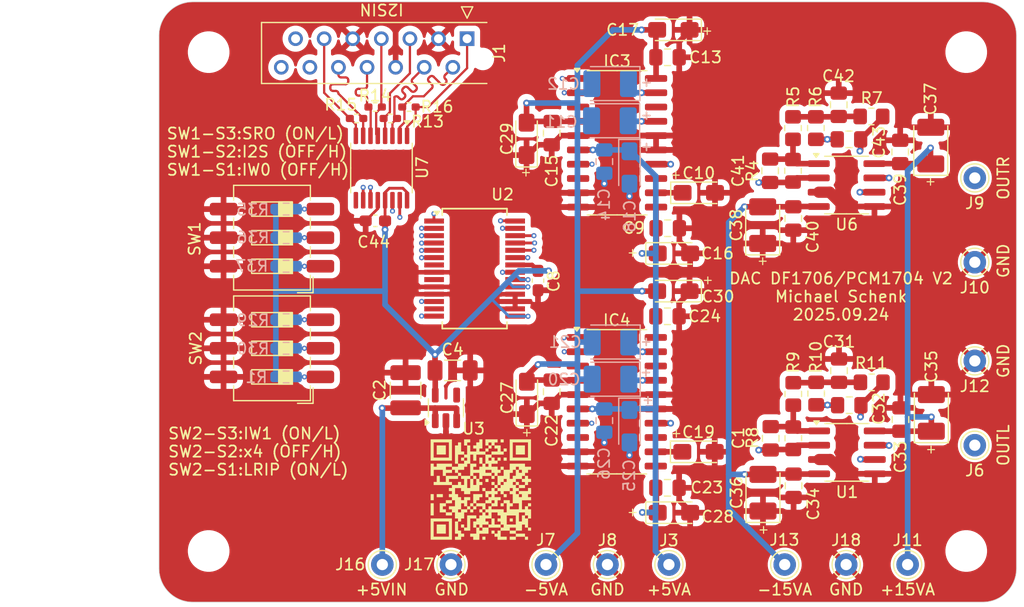
<source format=kicad_pcb>
(kicad_pcb (version 20241229) (generator "pcbnew") (generator_version "9.0")
  (layers (0 "F.Cu" mixed) (4 "In1.Cu" signal) (6 "In2.Cu" signal) (2 "B.Cu" mixed) (13 "F.Paste" user) (15 "B.Paste" user) (5 "F.SilkS" user "F.Silkscreen") (7 "B.SilkS" user "B.Silkscreen") (1 "F.Mask" user) (3 "B.Mask" user) (25 "Edge.Cuts" user))
  (net 0 "")
  (net 1 "GND")
  (net 2 "+3V3")
  (net 3 "BCLK")
  (net 4 "Net-(IC4-IOUT)")
  (net 5 "WCLK")
  (net 6 "Net-(U2-x4)")
  (net 7 "Net-(U2-I2S)")
  (net 8 "Net-(U2-SRO)")
  (net 9 "Net-(U2-IW1)")
  (net 10 "BCKIN")
  (net 11 "DATAIN")
  (net 12 "DATAOUTR")
  (net 13 "DATAOUTL")
  (net 14 "+5VA")
  (net 15 "Net-(J16-Pin_1)")
  (net 16 "-5VA")
  (net 17 "-15V")
  (net 18 "+15V")
  (net 19 "Net-(IC4-BPO_DC)")
  (net 20 "Net-(IC4-SERV_DC)")
  (net 23 "LRCIN")
  (net 24 "MCLK")
  (net 25 "Net-(C1-Pad2)")
  (net 26 "Net-(IC4-REF_DC)")
  (net 27 "Net-(C31-Pad1)")
  (net 28 "Net-(U1B--)")
  (net 29 "Net-(J6-Pin_1)")
  (net 30 "Net-(C41-Pad2)")
  (net 31 "Net-(C42-Pad1)")
  (net 32 "Net-(J9-Pin_1)")
  (net 33 "Net-(U6B--)")
  (net 34 "SDA")
  (net 37 "Net-(IC3-BPO_DC)")
  (net 38 "Net-(IC3-SERV_DC)")
  (net 39 "SCL")
  (net 41 "Net-(IC3-REF_DC)")
  (net 42 "Net-(IC3-IOUT)")
  (net 50 "RESET")
  (net 52 "/BCLK+")
  (net 53 "/DATAIN-")
  (net 54 "/DATAIN+")
  (net 55 "/MCLK+")
  (net 56 "/MCLK-")
  (net 57 "/LRCLK+")
  (net 58 "/LRCLK-")
  (net 59 "/BCLK-")
  (net 60 "Net-(U2-MC{slash}LRIP)")
  (net 61 "Net-(U2-IW0)")
  (footprint "MountingHole:MountingHole_3.2mm_M3" (layer "F.Cu") (at 113.03 66.04)
    (property "Reference" "H1" (hide yes))
    (property "Value" "MountingHole")
  )
  (footprint "MountingHole:MountingHole_3.2mm_M3" (layer "F.Cu") (at 113.03 110.363)
    (property "Reference" "H4" (hide yes))
    (property "Value" "MountingHole")
  )
  (footprint "MountingHole:MountingHole_3.2mm_M3" (layer "F.Cu") (at 180.34 110.363)
    (property "Reference" "H3" (hide yes))
    (property "Value" "MountingHole")
  )
  (footprint "MountingHole:MountingHole_3.2mm_M3" (layer "F.Cu") (at 180.34 66.04)
    (property "Reference" "H2" (hide yes))
    (property "Value" "MountingHole")
  )
  (footprint "Capacitor_SMD:C_0603_1608Metric_Pad1.08x0.95mm_HandSolder" (layer "F.Cu") (at 142.2908 86.3357 90)
    (property "Reference" "C8")
    (property "Value" "1uF")
  )
  (footprint "Connector_Pin:Pin_D1.0mm_L10.0mm" (layer "F.Cu") (at 181.102 84.709)
    (property "Reference" "J10")
    (property "Value" "GND")
  )
  (footprint "Connector_Pin:Pin_D1.0mm_L10.0mm" (layer "F.Cu") (at 175.133 111.5695)
    (property "Reference" "J11")
    (property "Value" "+15VAIN")
  )
  (footprint "Connector_Pin:Pin_D1.0mm_L10.0mm" (layer "F.Cu") (at 164.211 111.5695)
    (property "Reference" "J13")
    (property "Value" "-15VAIN")
  )
  (footprint "Connector_Pin:Pin_D1.0mm_L10.0mm" (layer "F.Cu") (at 169.672 111.5695)
    (property "Reference" "J18")
    (property "Value" "GND")
  )
  (footprint "Capacitor_Tantalum_SMD:CP_EIA-3216-18_Kemet-A_HandSolder" (layer "F.Cu") (at 156.5533 101.5492)
    (property "Reference" "C19")
    (property "Value" "100uF")
  )
  (footprint "Connector_Pin:Pin_D1.0mm_L10.0mm" (layer "F.Cu") (at 181.102 100.965)
    (property "Reference" "J6")
    (property "Value" "OUT")
  )
  (footprint "Connector_Pin:Pin_D1.0mm_L10.0mm" (layer "F.Cu") (at 181.102 93.472)
    (property "Reference" "J12")
    (property "Value" "GND")
  )
  (footprint "Capacitor_SMD:C_0805_2012Metric_Pad1.18x1.45mm_HandSolder" (layer "F.Cu") (at 162.9664 100.3515 90)
    (property "Reference" "C1")
    (property "Value" "47pF")
  )
  (footprint "Capacitor_SMD:C_0805_2012Metric_Pad1.18x1.45mm_HandSolder" (layer "F.Cu") (at 169.037 94.3395 90)
    (property "Reference" "C31")
    (property "Value" "1nF")
  )
  (footprint "Capacitor_SMD:C_0805_2012Metric_Pad1.18x1.45mm_HandSolder" (layer "F.Cu") (at 169.9475 97.409)
    (property "Reference" "C32")
    (property "Value" "270pF")
  )
  (footprint "Capacitor_Tantalum_SMD:CP_EIA-3528-12_Kemet-T_HandSolder" (layer "F.Cu") (at 177.2412 98.0929 90)
    (property "Reference" "C35")
    (property "Value" "10uF/25V")
  )
  (footprint "Capacitor_Tantalum_SMD:CP_EIA-3528-12_Kemet-T_HandSolder" (layer "F.Cu") (at 162.2806 105.1833 90)
    (property "Reference" "C36")
    (property "Value" "10uF/25V")
  )
  (footprint "Resistor_SMD:R_0805_2012Metric_Pad1.20x1.40mm_HandSolder" (layer "F.Cu") (at 164.973 100.346 -90)
    (property "Reference" "R8")
    (property "Value" "2.5k")
  )
  (footprint "Resistor_SMD:R_0805_2012Metric_Pad1.20x1.40mm_HandSolder" (layer "F.Cu") (at 164.973 96.409 -90)
    (property "Reference" "R9")
    (property "Value" "4.7k")
  )
  (footprint "Resistor_SMD:R_0805_2012Metric_Pad1.20x1.40mm_HandSolder" (layer "F.Cu") (at 167.005 96.377 -90)
    (property "Reference" "R10")
    (property "Value" "4.7k")
  )
  (footprint "Resistor_SMD:R_0805_2012Metric_Pad1.20x1.40mm_HandSolder" (layer "F.Cu") (at 171.942 95.377 180)
    (property "Reference" "R11")
    (property "Value" "2k")
  )
  (footprint "Capacitor_SMD:C_0805_2012Metric_Pad1.18x1.45mm_HandSolder" (layer "F.Cu") (at 174.498 98.6829 90)
    (property "Reference" "C33")
    (property "Value" "1uF")
  )
  (footprint "Capacitor_SMD:C_0805_2012Metric_Pad1.18x1.45mm_HandSolder" (layer "F.Cu") (at 164.9984 104.5679 90)
    (property "Reference" "C34")
    (property "Value" "1uF")
  )
  (footprint "Package_SO:SOIC-8_3.9x4.9mm_P1.27mm" (layer "F.Cu") (at 169.737 101.6)
    (property "Reference" "U1")
    (property "Value" "OPA1612")
  )
  (footprint "Capacitor_Tantalum_SMD:CP_EIA-3216-18_Kemet-A_HandSolder" (layer "F.Cu") (at 141.3002 96.7617 90)
    (property "Reference" "C27")
    (property "Value" "10uF/10V")
  )
  (footprint "Capacitor_Tantalum_SMD:CP_EIA-3216-18_Kemet-A_HandSolder" (layer "F.Cu") (at 154.3689 106.9594)
    (property "Reference" "C28")
    (property "Value" "10uF/10V")
  )
  (footprint "Capacitor_Tantalum_SMD:CP_EIA-3216-18_Kemet-A_HandSolder" (layer "F.Cu") (at 154.3181 87.2744 180)
    (property "Reference" "C30")
    (property "Value" "10uF/10V")
  )
  (footprint "Capacitor_Tantalum_SMD:CP_EIA-3216-18_Kemet-A_HandSolder" (layer "F.Cu") (at 154.3689 83.9216)
    (property "Reference" "C16")
    (property "Value" "10uF/10V")
  )
  (footprint "Capacitor_Tantalum_SMD:CP_EIA-3216-18_Kemet-A_HandSolder" (layer "F.Cu") (at 154.3181 64.0588 180)
    (property "Reference" "C17")
    (property "Value" "10uF/10V")
  )
  (footprint "Capacitor_Tantalum_SMD:CP_EIA-3216-18_Kemet-A_HandSolder" (layer "F.Cu") (at 141.2748 73.7493 90)
    (property "Reference" "C29")
    (property "Value" "10uF/10V")
  )
  (footprint "Capacitor_Tantalum_SMD:CP_EIA-3528-12_Kemet-T_HandSolder" (layer "F.Cu") (at 177.1904 74.3439 90)
    (property "Reference" "C37")
    (property "Value" "10uF/25V")
  )
  (footprint "Resistor_SMD:R_0805_2012Metric_Pad1.20x1.40mm_HandSolder" (layer "F.Cu") (at 171.9166 71.755 180)
    (property "Reference" "R7")
    (property "Value" "2k")
  )
  (footprint "Resistor_SMD:R_0805_2012Metric_Pad1.20x1.40mm_HandSolder" (layer "F.Cu") (at 164.9476 76.581 -90)
    (property "Reference" "R4")
    (property "Value" "2.5k")
  )
  (footprint "Capacitor_SMD:C_0805_2012Metric_Pad1.18x1.45mm_HandSolder" (layer "F.Cu") (at 153.8177 81.6864)
    (property "Reference" "C9")
    (property "Value" "1uF")
  )
  (footprint "Capacitor_SMD:C_0805_2012Metric_Pad1.18x1.45mm_HandSolder" (layer "F.Cu") (at 153.7931 89.5096)
    (property "Reference" "C24")
    (property "Value" "1uF")
  )
  (footprint "Package_SO:SOIC-8_3.9x4.9mm_P1.27mm" (layer "F.Cu") (at 169.7101 77.851)
    (property "Reference" "U6")
    (property "Value" "OPA1612")
  )
  (footprint "Capacitor_SMD:C_0805_2012Metric_Pad1.18x1.45mm_HandSolder" (layer "F.Cu") (at 153.7931 104.7496)
    (property "Reference" "C23")
    (property "Value" "1uF")
  )
  (footprint "Capacitor_SMD:C_0805_2012Metric_Pad1.18x1.45mm_HandSolder" (layer "F.Cu") (at 143.51 96.2113 -90)
    (property "Reference" "C22")
    (property "Value" "1uF")
  )
  (footprint "Capacitor_SMD:C_0805_2012Metric_Pad1.18x1.45mm_HandSolder" (layer "F.Cu") (at 143.51 73.2321 -90)
    (property "Reference" "C15")
    (property "Value" "1uF")
  )
  (footprint "Capacitor_SMD:C_0805_2012Metric_Pad1.18x1.45mm_HandSolder" (layer "F.Cu") (at 169.9221 73.787)
    (property "Reference" "C43")
    (property "Value" "270pF")
  )
  (footprint "Resistor_SMD:R_0805_2012Metric_Pad1.20x1.40mm_HandSolder" (layer "F.Cu") (at 164.9476 72.787 -90)
    (property "Reference" "R5")
    (property "Value" "4.7k")
  )
  (footprint "Capacitor_SMD:C_0805_2012Metric_Pad1.18x1.45mm_HandSolder" (layer "F.Cu") (at 169.0116 70.7175 90)
    (property "Reference" "C42")
    (property "Value" "1nF")
  )
  (footprint "Resistor_SMD:R_0805_2012Metric_Pad1.20x1.40mm_HandSolder" (layer "F.Cu") (at 166.9796 72.787 -90)
    (property "Reference" "R6")
    (property "Value" "4.7k")
  )
  (footprint "Capacitor_SMD:C_0805_2012Metric_Pad1.18x1.45mm_HandSolder" (layer "F.Cu") (at 162.9156 76.581 90)
    (property "Reference" "C41")
    (property "Value" "47pF")
  )
  (footprint "Capacitor_SMD:C_0805_2012Metric_Pad1.18x1.45mm_HandSolder" (layer "F.Cu") (at 164.973 80.8181 90)
    (property "Reference" "C40")
    (property "Value" "1uF")
  )
  (footprint "Capacitor_SMD:C_0805_2012Metric_Pad1.18x1.45mm_HandSolder" (layer "F.Cu") (at 153.8009 66.4972)
    (property "Reference" "C13")
    (property "Value" "1uF")
  )
  (footprint "Capacitor_SMD:C_0805_2012Metric_Pad1.18x1.45mm_HandSolder" (layer "F.Cu") (at 174.4726 74.9085 90)
    (property "Reference" "C39")
    (property "Value" "1uF")
  )
  (footprint "Capacitor_Tantalum_SMD:CP_EIA-3528-12_Kemet-T_HandSolder" (layer "F.Cu") (at 162.2552 81.4089 90)
    (property "Reference" "C38")
    (property "Value" "10uF/25V")
  )
  (footprint "Capacitor_Tantalum_SMD:CP_EIA-3216-18_Kemet-A_HandSolder" (layer "F.Cu") (at 156.5779 78.5368)
    (property "Reference" "C10")
    (property "Value" "100uF")
  )
  (footprint "Connector_Pin:Pin_D1.0mm_L10.0mm" (layer "F.Cu") (at 153.924 111.5695)
    (property "Reference" "J3")
    (property "Value" "+5VAIN")
  )
  (footprint "Connector_Pin:Pin_D1.0mm_L10.0mm" (layer "F.Cu") (at 143.002 111.5695)
    (property "Reference" "J7")
    (property "Value" "-5VAIN")
  )
  (footprint "Connector_Pin:Pin_D1.0mm_L10.0mm" (layer "F.Cu") (at 148.463 111.5695)
    (property "Reference" "J8")
    (property "Value" "GND")
  )
  (footprint "Connector_Pin:Pin_D1.0mm_L10.0mm" (layer "F.Cu") (at 181.102 77.216)
    (property "Reference" "J9")
    (property "Value" "OUT")
  )
  (footprint "Connector_Pin:Pin_D1.0mm_L10.0mm" (layer "F.Cu") (at 128.4605 111.5695)
    (property "Reference" "J16")
    (property "Value" "+5VIN")
  )
  (footprint "Connector_Pin:Pin_D1.0mm_L10.0mm" (layer "F.Cu") (at 134.5565 111.5695)
    (property "Reference" "J17")
    (property "Value" "GND")
  )
  (footprint "Package_TO_SOT_SMD:SOT-23-5" (layer "F.Cu") (at 134.112 97.6475 90)
    (property "Reference" "U3")
    (property "Value" "NCP163ASN330T1G")
  )
  (footprint "Capacitor_SMD:C_1210_3225Metric_Pad1.33x2.70mm_HandSolder" (layer "F.Cu") (at 130.5256 96.0801 90)
    (property "Reference" "C2")
    (property "Value" "22uF/25V")
  )
  (footprint "Capacitor_SMD:C_1206_3216Metric_Pad1.33x1.80mm_HandSolder" (layer "F.Cu") (at 134.7043 94.3152)
    (property "Reference" "C4")
    (property "Value" "10uF/50V")
  )
  (footprint "Resistor_SMD:R_0402_1005Metric_Pad0.72x0.64mm_HandSolder" (layer "F.Cu") (at 130.8233 70.9168)
    (property "Reference" "R16")
    (property "Value" "100R")
  )
  (footprint "Capacitor_SMD:C_0603_1608Metric_Pad1.08x0.95mm_HandSolder" (layer "F.Cu") (at 127.8393 81.026)
    (property "Reference" "C44")
    (property "Value" "1uF")
  )
  (footprint "Connector_TE-Connectivity:TE_Micro-MaTch_1-215079-4_2x07_P1.27mm_Vertical" (layer "F.Cu") (at 135.9916 64.8462 -90)
    (property "Reference" "J1")
    (property "Value" "Conn_01x15")
  )
  (footprint "Package_SO:TSSOP-16_4.4x5mm_P0.65mm" (layer "F.Cu") (at 128.3826 76.3347 -90)
    (property "Reference" "U7")
    (property "Value" "FIN1048MTCX")
  )
  (footprint "Package_SO:SO-20_5.3x12.6mm_P1.27mm" (layer "F.Cu") (at 149.2931 97.1042)
    (property "Reference" "IC4")
    (property "Value" "PCM1704U")
  )
  (footprint "Resistor_SMD:R_0402_1005Metric_Pad0.72x0.64mm_HandSolder" (layer "F.Cu") (at 127.8215 70.9168)
    (property "Reference" "R14")
    (property "Value" "100R")
  )
  (footprint "Button_Switch_SMD:SW_DIP_SPSTx03_Slide_6.7x9.18mm_W8.61mm_P2.54mm_LowProfile" (layer "F.Cu") (at 118.6564 82.5246 180)
    (property "Reference" "SW1")
    (property "Value" "SW_DIP_x03")
  )
  (footprint "LOGO" (layer "F.Cu") (at 137.2108 104.902)
    (property "Reference" "G***" (hide yes))
    (property "Value" "LOGO" (hide yes))
  )
  (footprint "Package_SO:SO-20_5.3x12.6mm_P1.27mm" (layer "F.Cu") (at 149.3177 74.0918)
    (property "Reference" "IC3")
    (property "Value" "PCM1704U")
  )
  (footprint "Resistor_SMD:R_0402_1005Metric_Pad0.72x0.64mm_HandSolder" (layer "F.Cu") (at 129.1677 71.9328)
    (property "Reference" "R13")
    (property "Value" "100R")
  )
  (footprint "Button_Switch_SMD:SW_DIP_SPSTx03_Slide_6.7x9.18mm_W8.61mm_P2.54mm_LowProfile" (layer "F.Cu") (at 118.6564 92.3544 180)
    (property "Reference" "SW2")
    (property "Value" "SW_DIP_x03")
  )
  (footprint "Package_SO:SSOP-28_5.3x10.2mm_P0.65mm" (layer "F.Cu") (at 136.6588 85.2718)
    (property "Reference" "U2")
    (property "Value" "DF1706")
  )
  (footprint "Resistor_SMD:R_0402_1005Metric_Pad0.72x0.64mm_HandSolder" (layer "F.Cu") (at 126.1693 71.9328)
    (property "Reference" "R15")
    (property "Value" "100R")
  )
  (footprint "Capacitor_Tantalum_SMD:CP_EIA-3528-21_Kemet-B_HandSolder" (layer "B.Cu") (at 148.7301 95.0976 180)
    (property "Reference" "C20")
    (property "Value" "47uF")
  )
  (footprint "Capacitor_Tantalum_SMD:CP_EIA-3528-21_Kemet-B_HandSolder" (layer "B.Cu") (at 148.7301 91.7956 180)
    (property "Reference" "C21")
    (property "Value" "47uF")
  )
  (footprint "Capacitor_Tantalum_SMD:CP_EIA-3216-18_Kemet-A_HandSolder" (layer "B.Cu") (at 150.4188 99.2755 -90)
    (property "Reference" "C25")
    (property "Value" "10uF/10V")
  )
  (footprint "Capacitor_Tantalum_SMD:CP_EIA-3216-18_Kemet-A_HandSolder" (layer "B.Cu") (at 150.4188 76.2893 -90)
    (property "Reference" "C18")
    (property "Value" "10uF/10V")
  )
  (footprint "Capacitor_SMD:C_0805_2012Metric_Pad1.18x1.45mm_HandSolder" (layer "B.Cu") (at 148.1836 98.7767 -90)
    (property "Reference" "C26")
    (property "Value" "1uF")
  )
  (footprint "Capacitor_SMD:C_0805_2012Metric_Pad1.18x1.45mm_HandSolder" (layer "B.Cu") (at 148.1836 75.7643 -90)
    (property "Reference" "C14")
    (property "Value" "1uF")
  )
  (footprint "Capacitor_Tantalum_SMD:CP_EIA-3528-21_Kemet-B_HandSolder" (layer "B.Cu") (at 148.6793 72.136 180)
    (property "Reference" "C11")
    (property "Value" "47uF")
  )
  (footprint "Capacitor_Tantalum_SMD:CP_EIA-3528-21_Kemet-B_HandSolder" (layer "B.Cu") (at 148.7039 68.834 180)
    (property "Reference" "C12")
    (property "Value" "47uF")
  )
  (footprint "Resistor_SMD:R_0603_1608Metric_Pad0.98x0.95mm_HandSolder" (layer "B.Cu") (at 119.9115 85.0646 180)
    (property "Reference" "R37")
    (property "Value" "4.7k")
  )
  (footprint "Resistor_SMD:R_0603_1608Metric_Pad0.98x0.95mm_HandSolder" (layer "B.Cu") (at 119.9153 82.5246 180)
    (property "Reference" "R36")
    (property "Value" "4.7k")
  )
  (footprint "Resistor_SMD:R_0603_1608Metric_Pad0.98x0.95mm_HandSolder" (layer "B.Cu") (at 119.9115 92.3544 180)
    (property "Reference" "R30")
    (property "Value" "4.7k")
  )
  (footprint "Resistor_SMD:R_0603_1608Metric_Pad0.98x0.95mm_HandSolder" (layer "B.Cu") (at 119.9115 89.8144 180)
    (property "Reference" "R29")
    (property "Value" "4.7k")
  )
  (footprint "Resistor_SMD:R_0603_1608Metric_Pad0.98x0.95mm_HandSolder" (layer "B.Cu") (at 119.9153 79.9846 180)
    (property "Reference" "R35")
    (property "Value" "4.7k")
  )
  (footprint "Resistor_SMD:R_0603_1608Metric_Pad0.98x0.95mm_HandSolder" (layer "B.Cu") (at 119.9115 94.8944 180)
    (property "Reference" "R1")
    (property "Value" "4.7k")
  )
  (gr_line (start 111.6104 61.5696) (end 181.8104 61.5696) (stroke (width 0.05)) (layer "Edge.Cuts"))
  (gr_arc (start 181.8104 61.5696) (mid 183.93172 62.44828) (end 184.8104 64.5696) (stroke (width 0.05)) (layer "Edge.Cuts"))
  (gr_line (start 108.6104 111.9096) (end 108.6104 64.5696) (stroke (width 0.05)) (layer "Edge.Cuts"))
  (gr_arc (start 111.6104 114.9096) (mid 109.48908 114.03092) (end 108.6104 111.9096) (stroke (width 0.05)) (layer "Edge.Cuts"))
  (gr_line (start 181.8104 114.9096) (end 111.6104 114.9096) (stroke (width 0.05)) (layer "Edge.Cuts"))
  (gr_arc (start 184.8104 111.9096) (mid 183.93172 114.03092) (end 181.8104 114.9096) (stroke (width 0.05)) (layer "Edge.Cuts"))
  (gr_arc (start 108.6104 64.5696) (mid 109.48908 62.44828) (end 111.6104 61.5696) (stroke (width 0.05)) (layer "Edge.Cuts"))
  (gr_line (start 184.8104 64.5696) (end 184.8104 111.9096) (stroke (width 0.05)) (layer "Edge.Cuts"))
  (gr_text "I2SIN" (at 128.397 62.2554 180) (layer "F.SilkS") (effects (font (size 1 1))))
  (gr_text "GND" (at 148.463 113.792 0) (layer "F.SilkS") (effects (font (size 1 1))))
  (gr_text "+5VA" (at 153.924 113.792 0) (layer "F.SilkS") (effects (font (size 1 1))))
  (gr_text "GND" (at 169.672 113.792 0) (layer "F.SilkS") (effects (font (size 1 1))))
  (gr_text "-15VA" (at 164.211 113.792 0) (layer "F.SilkS") (effects (font (size 1 1))))
  (gr_text "+15VA" (at 175.133 113.792 0) (layer "F.SilkS") (effects (font (size 1 1))))
  (gr_text "-5VA" (at 143.002 113.792 0) (layer "F.SilkS") (effects (font (size 1 1))))
  (gr_text "DAC DF1706/PCM1704 V2\nMichael Schenk\n2025.09.24" (at 169.2148 87.757 0) (layer "F.SilkS") (effects (font (size 1 1))))
  (gr_text "GND" (at 183.642 84.582 90) (layer "F.SilkS") (effects (font (size 1 1))))
  (gr_text "OUTR" (at 183.642 77.216 90) (layer "F.SilkS") (effects (font (size 1 1))))
  (gr_text "GND" (at 183.642 93.472 90) (layer "F.SilkS") (effects (font (size 1 1))))
  (gr_text "OUTL" (at 183.642 100.965 90) (layer "F.SilkS") (effects (font (size 1 1))))
  (gr_text "GND" (at 134.62 113.792 0) (layer "F.SilkS") (effects (font (size 1 1))))
  (gr_text "+" (at 157.3276 64.1096 0) (layer "F.SilkS") (effects (font (size 0.8 0.8) (thickness 0.1))))
  (gr_text "SW1-S3:SRO (ON/L)\nSW1-S2:I2S (OFF/H)\nSW1-S1:IW0 (OFF/H)\n\n" (at 109.22 78.6892 0) (layer "F.SilkS") (effects (font (size 1 1)) (justify left bottom)))
  (gr_text "+" (at 154.5336 76.9112 0) (layer "F.SilkS") (effects (font (size 0.8 0.8) (thickness 0.1))))
  (gr_text "+" (at 141.224 76.6826 0) (layer "F.SilkS") (effects (font (size 0.8 0.8) (thickness 0.1))))
  (gr_text "SW2-S3:IW1 (ON/L)\nSW2-S2:x4 (OFF/H)\nSW2-S1:LRIP (ON/L)\n\n" (at 109.347 105.3338 0) (layer "F.SilkS") (effects (font (size 1 1)) (justify left bottom)))
  (gr_text "+" (at 150.6982 106.8832 0) (layer "F.SilkS") (effects (font (size 0.8 0.8) (thickness 0.1))))
  (gr_text "+5VIN" (at 128.397 113.792 0) (layer "F.SilkS") (effects (font (size 1 1))))
  (gr_text "+" (at 141.3002 99.7966 0) (layer "F.SilkS") (effects (font (size 0.8 0.8) (thickness 0.1))))
  (gr_text "+" (at 162.2552 84.5566 0) (layer "F.SilkS") (effects (font (size 0.8 0.8) (thickness 0.1))))
  (gr_text "+" (at 157.3784 86.2584 0) (layer "F.SilkS") (effects (font (size 0.8 0.8) (thickness 0.1))))
  (gr_text "+" (at 177.165 77.4954 0) (layer "F.SilkS") (effects (font (size 0.8 0.8) (thickness 0.1))))
  (gr_text "+" (at 154.5844 99.8728 0) (layer "F.SilkS") (effects (font (size 0.8 0.8) (thickness 0.1))))
  (gr_text "+" (at 150.6982 83.82 0) (layer "F.SilkS") (effects (font (size 0.8 0.8) (thickness 0.1))))
  (gr_text "+" (at 177.2158 101.2952 0) (layer "F.SilkS") (effects (font (size 0.8 0.8) (thickness 0.1))))
  (gr_text "+" (at 162.3314 108.4326 0) (layer "F.SilkS") (effects (font (size 0.8 0.8) (thickness 0.1))))
  (gr_text "+" (at 152.654 97.3836 0) (layer "B.SilkS") (effects (font (size 0.8 0.8)) (justify left bottom mirror)))
  (gr_text "+" (at 152.527 74.8792 0) (layer "B.SilkS") (effects (font (size 0.8 0.8)) (justify left bottom mirror)))
  (gr_text "+" (at 152.4762 94.9198 0) (layer "B.SilkS") (effects (font (size 0.8 0.8)) (justify left bottom mirror)))
  (gr_text "+" (at 152.527 69.1642 0) (layer "B.SilkS") (effects (font (size 0.8 0.8)) (justify left bottom mirror)))
  (gr_text "+" (at 152.527 72.0852 0) (layer "B.SilkS") (effects (font (size 0.8 0.8)) (justify left bottom mirror)))
  (gr_text "+" (at 152.5016 92.202 0) (layer "B.SilkS") (effects (font (size 0.8 0.8)) (justify left bottom mirror)))
  (segment (start 135.008 87.5468) (end 135.763 86.7918) (width 0.4) (layer "F.Cu") (net 1))
  (segment (start 140.2588 88.1968) (end 138.7174 88.1968) (width 0.4) (layer "F.Cu") (net 1))
  (segment (start 131.7532 86.8968) (end 131.0132 86.1568) (width 0.4) (layer "F.Cu") (net 1))
  (segment (start 145.8552 78.5368) (end 148.1328 78.5368) (width 0.5) (layer "F.Cu") (net 1))
  (segment (start 154.8552 81.6864) (end 154.8552 82.8454) (width 0.5) (layer "F.Cu") (net 1))
  (segment (start 142.3756 97.2488) (end 141.3002 98.3242) (width 0.5) (layer "F.Cu") (net 1))
  (segment (start 152.7556 97.7392) (end 150.5204 97.7392) (width 0.5) (layer "F.Cu") (net 1))
  (segment (start 145.8306 101.5492) (end 147.9804 101.5492) (width 0.5) (layer "F.Cu") (net 1))
  (segment (start 167.2351 78.486) (end 168.210099 78.486) (width 1) (layer "F.Cu") (net 1))
  (segment (start 145.8552 78.5368) (end 143.3068 78.5368) (width 0.5) (layer "F.Cu") (net 1))
  (segment (start 154.8892 73.4568) (end 154.94 73.406) (width 0.5) (layer "F.Cu") (net 1))
  (segment (start 137.5386 88.8468) (end 136.9822 88.2904) (width 0.4) (layer "F.Cu") (net 1))
  (segment (start 133.0588 86.8968) (end 131.7532 86.8968) (width 0.4) (layer "F.Cu") (net 1))
  (segment (start 145.8306 96.4692) (end 148.209 96.4692) (width 0.5) (layer "F.Cu") (net 1))
  (segment (start 140.2588 87.5468) (end 138.677 87.5468) (width 0.4) (layer "F.Cu") (net 1))
  (segment (start 167.262 102.235) (end 168.236999 102.235) (width 1) (layer "F.Cu") (net 1))
  (segment (start 145.8552 73.4568) (end 144.3228 73.4568) (width 0.5) (layer "F.Cu") (net 1))
  (segment (start 143.51 76.1492) (end 142.7734 76.8858) (width 0.5) (layer "F.Cu") (net 1))
  (segment (start 145.8552 79.8068) (end 148.082 79.8068) (width 0.5) (layer "F.Cu") (net 1))
  (segment (start 154.8384 65.101) (end 155.8806 64.0588) (width 0.5) (layer "F.Cu") (net 1))
  (segment (start 154.7368 97.7392) (end 154.7876 97.79) (width 0.5) (layer "F.Cu") (net 1))
  (segment (start 145.8306 96.4692) (end 144.2896 96.4692) (width 0.5) (layer "F.Cu") (net 1))
  (segment (start 135.0022 85.5968) (end 135.8392 84.7598) (width 0.4) (layer "F.Cu") (net 1))
  (segment (start 154.8306 88.3244) (end 155.8806 87.2744) (width 0.5) (layer "F.Cu") (net 1))
  (segment (start 150.5204 97.7392) (end 150.4696 97.6884) (width 0.5) (layer "F.Cu") (net 1))
  (segment (start 128.0576 79.9452) (end 126.9768 81.026) (width 0.25) (layer "F.Cu") (net 1))
  (segment (start 134.112 98.785) (end 134.112 100.6094) (width 0.5) (layer "F.Cu") (net 1))
  (segment (start 143.51 97.2488) (end 142.3756 97.2488) (width 0.5) (layer "F.Cu") (net 1))
  (segment (start 134.8198 86.8968) (end 135.382 86.3346) (width 0.4) (layer "F.Cu") (net 1))
  (segment (start 145.8552 73.4568) (end 148.1836 73.4568) (width 0.5) (layer "F.Cu") (net 1))
  (segment (start 154.8384 66.4972) (end 154.8384 65.101) (width 0.5) (layer "F.Cu") (net 1))
  (segment (start 168.210099 78.486) (end 169.7736 80.049501) (width 1) (layer "F.Cu") (net 1))
  (segment (start 144.2896 96.4692) (end 143.51 97.2488) (width 0.5) (layer "F.Cu") (net 1))
  (segment (start 168.236999 102.235) (end 169.7228 103.720801) (width 1) (layer "F.Cu") (net 1))
  (segment (start 129.6416 62.7888) (end 129.5908 62.738) (width 0.5) (layer "F.Cu") (net 1))
  (segment (start 128.0576 79.1972) (end 128.0576 79.9452) (width 0.25) (layer "F.Cu") (net 1))
  (segment (start 144.3228 73.4568) (end 143.51 74.2696) (width 0.5) (layer "F.Cu") (net 1))
  (segment (start 133.0588 87.5468) (end 135.008 87.5468) (width 0.4) (layer "F.Cu") (net 1))
  (segment (start 140.2588 88.8468) (end 137.5386 88.8468) (width 0.4) (layer "F.Cu") (net 1))
  (segment (start 154.8552 82.8454) (end 155.9314 83.9216) (width 0.5) (layer "F.Cu") (net 1))
  (segment (start 145.8306 101.5492) (end 143.4592 101.5492) (width 0.5) (layer "F.Cu") (net 1))
  (segment (start 152.7556 96.4692) (end 150.6728 96.4692) (width 0.5) (layer "F.Cu") (net 1))
  (segment (start 148.209 96.4692) (end 148.2344 96.4438) (width 0.5) (layer "F.Cu") (net 1))
  (segment (start 143.51 99.1616) (end 142.6972 99.9744) (width 0.5) (layer "F.Cu") (net 1))
  (segment (start 138.7174 88.1968) (end 138.049 87.5284) (width 0.4) (layer "F.Cu") (net 1))
  (segment (start 169.7736 80.049501) (end 169.7736 81.1784) (width 1) (layer "F.Cu") (net 1))
  (segment (start 152.7802 74.7268) (end 150.7236 74.7268) (width 0.5) (layer "F.Cu") (net 1))
  (segment (start 133.0588 85.5968) (end 131.3168 85.5968) (width 0.4) (layer "F.Cu") (net 1))
  (segment (start 152.7556 97.7392) (end 154.7368 97.7392) (width 0.5) (layer "F.Cu") (net 1))
  (segment (start 147.6756 102.8192) (end 147.7264 102.87) (width 0.5) (layer "F.Cu") (net 1))
  (segment (start 138.677 87.5468) (end 137.8204 86.6902) (width 0.4) (layer "F.Cu") (net 1))
  (segment (start 152.7802 73.4568) (end 154.8892 73.4568) (width 0.5) (layer "F.Cu") (net 1))
  (segment (start 152.7802 73.4568) (end 150.7236 73.4568) (width 0.5) (layer "F.Cu") (net 1))
  (segment (start 154.8306 105.8586) (end 155.9314 106.9594) (width 0.5) (layer "F.Cu") (net 1))
  (segment (start 143.51 74.2696) (end 143.51 76.1492) (width 0.5) (layer "F.Cu") (net 1))
  (segment (start 154.8306 104.7496) (end 154.8306 105.8586) (width 0.5) (layer "F.Cu") (net 1))
  (segment (start 145.8306 102.8192) (end 147.6756 102.8192) (width 0.5) (layer "F.Cu") (net 1))
  (segment (start 134.112 100.6094) (end 133.6498 101.0716) (width 0.5) (layer "F.Cu") (net 1))
  (segment (start 131.3168 85.5968) (end 130.7592 85.0392) (width 0.4) (layer "F.Cu") (net 1))
  (segment (start 142.317 74.2696) (end 141.2748 75.3118) (width 0.5) (layer "F.Cu") (net 1))
  (segment (start 145.8552 79.8068) (end 143.3068 79.8068) (width 0.5) (layer "F.Cu") (net 1))
  (segment (start 133.0588 86.8968) (end 134.8198 86.8968) (width 0.4) (layer "F.Cu") (net 1))
  (segment (start 133.0588 87.5468) (end 131.3872 87.5468) (width 0.4) (layer "F.Cu") (net 1))
  (segment (start 133.0588 85.5968) (end 135.0022 85.5968) (width 0.4) (layer "F.Cu") (net 1))
  (segment (start 152.7802 74.7268) (end 154.686 74.7268) (width 0.5) (layer "F.Cu") (net 1))
  (segment (start 143.51 74.2696) (end 142.317 74.2696) (width 0.5) (layer "F.Cu") (net 1))
  (segment (start 143.51 97.2488) (end 143.51 99.1616) (width 0.5) (layer "F.Cu") (net 1))
  (segment (start 152.7556 96.4692) (end 154.8892 96.4692) (width 0.5) (layer "F.Cu") (net 1))
  (segment (start 154.8306 89.5096) (end 154.8306 88.3244) (width 0.5) (layer "F.Cu") (net 1))
  (segment (start 131.3872 87.5468) (end 130.556 86.7156) (width 0.4) (layer "F.Cu") (net 1))
  (segment (start 129.6416 67.3862) (end 129.6416 62.7888) (width 0.5) (layer "F.Cu") (net 1))
  (segment (start 169.7228 103.720801) (end 169.7228 105.918) (width 1) (layer "F.Cu") (net 1))
  (segment (start 154.686 74.7268) (end 154.7368 74.7776) (width 0.5) (layer "F.Cu") (net 1))
  (segment (start 145.8306 102.8192) (end 143.6116 102.8192) (width 0.5) (layer "F.Cu") (net 1))
  (via (at 148.1836 100.7364) (size 0.6) (drill 0.3) (layers "F.Cu" "B.Cu") (net 1))
  (via (at 148.1836 77.724) (size 0.6) (drill 0.3) (layers "F.Cu" "B.Cu") (net 1))
  (via (at 150.4188 101.854) (size 0.6) (drill 0.3) (layers "F.Cu" "B.Cu") (net 1))
  (via (at 150.4188 78.8416) (size 0.6) (drill 0.3) (layers "F.Cu" "B.Cu") (net 1))
  (segment (start 148.1836 99.8142) (end 148.1836 100.7364) (width 0.5) (layer "B.Cu") (net 1))
  (segment (start 150.4188 100.838) (end 150.4188 101.854) (width 0.5) (layer "B.Cu") (net 1))
  (segment (start 150.4188 77.8518) (end 150.4188 78.8416) (width 0.5) (layer "B.Cu") (net 1))
  (segment (start 148.1836 76.8018) (end 148.1836 77.724) (width 0.5) (layer "B.Cu") (net 1))
  (segment (start 140.2588 89.4968) (end 141.389 89.4968) (width 0.25) (layer "F.Cu") (net 2))
  (segment (start 140.2588 84.9468) (end 141.7644 84.9468) (width 0.4) (layer "F.Cu") (net 2))
  (segment (start 141.7644 84.9468) (end 142.2908 85.4732) (width 0.4) (layer "F.Cu") (net 2))
  (segment (start 140.2588 86.8968) (end 141.3874 86.8968) (width 0.25) (layer "F.Cu") (net 2))
  (segment (start 130.286826 78.1337) (end 130.6576 78.504474) (width 0.25) (layer "F.Cu") (net 2))
  (segment (start 140.2588 86.2468) (end 141.3902 86.2468) (width 0.25) (layer "F.Cu") (net 2))
  (segment (start 128.7018 79.203) (end 128.7076 79.1972) (width 0.25) (layer "F.Cu") (net 2))
  (segment (start 141.3902 86.2468) (end 141.4018 86.2584) (width 0.25) (layer "F.Cu") (net 2))
  (segment (start 143.2284 85.4732) (end 143.2306 85.471) (width 0.4) (layer "F.Cu") (net 2))
  (segment (start 128.7076 79.1972) (end 128.7076 78.504474) (width 0.25) (layer "F.Cu") (net 2))
  (segment (start 128.7018 81.026) (end 128.7018 79.203) (width 0.25) (layer "F.Cu") (net 2))
  (segment (start 133.162 96.51) (end 133.162 94.3354) (width 0.5) (layer "F.Cu") (net 2))
  (segment (start 133.1418 94.3152) (end 133.1418 92.9182) (width 0.5) (layer "F.Cu") (net 2))
  (segment (start 128.7076 78.504474) (end 129.078374 78.1337) (width 0.25) (layer "F.Cu") (net 2))
  (segment (start 128.7018 81.026) (end 128.7018 81.8134) (width 0.5) (layer "F.Cu") (net 2))
  (segment (start 130.6576 78.504474) (end 130.6576 79.1972) (width 0.25) (layer "F.Cu") (net 2))
  (segment (start 129.078374 78.1337) (end 130.286826 78.1337) (width 0.25) (layer "F.Cu") (net 2))
  (segment (start 142.2908 85.4732) (end 143.2284 85.4732) (width 0.4) (layer "F.Cu") (net 2))
  (segment (start 133.162 94.3354) (end 133.1418 94.3152) (width 0.5) (layer "F.Cu") (net 2))
  (segment (start 141.3874 86.8968) (end 141.3908 86.8934) (width 0.25) (layer "F.Cu") (net 2))
  (segment (start 141.389 89.4968) (end 141.4018 89.5096) (width 0.25) (layer "F.Cu") (net 2))
  (via (at 143.2306 85.471) (size 0.6) (drill 0.3) (layers "F.Cu" "B.Cu") (net 2))
  (via (at 133.1418 92.9182) (size 0.6) (drill 0.3) (layers "F.Cu" "B.Cu") (net 2))
  (via (at 128.7018 81.8134) (size 0.6) (drill 0.3) (layers "F.Cu" "B.Cu") (net 2))
  (via (at 141.4018 89.5096) (size 0.45) (drill 0.225) (layers "F.Cu" "B.Cu") (net 2))
  (via (at 141.3908 86.8934) (size 0.45) (drill 0.225) (layers "F.Cu" "B.Cu") (net 2))
  (via (at 141.4018 86.2584) (size 0.45) (drill 0.225) (layers "F.Cu" "B.Cu") (net 2))
  (segment (start 128.7018 88.4782) (end 128.7018 87.2744) (width 0.5) (layer "B.Cu") (net 2))
  (segment (start 119.0028 94.8906) (end 118.999 94.8944) (width 0.5) (layer "B.Cu") (net 2))
  (segment (start 139.6238 86.4362) (end 140.2715 85.7885) (width 0.5) (layer "B.Cu") (net 2))
  (segment (start 140.2715 85.7885) (end 140.589 85.471) (width 0.5) (layer "B.Cu") (net 2))
  (segment (start 138.1252 87.9348) (end 139.6238 86.4362) (width 0.5) (layer "B.Cu") (net 2))
  (segment (start 133.1418 92.9182) (end 138.1252 87.9348) (width 0.5) (layer "B.Cu") (net 2))
  (segment (start 140.081 86.8934) (end 139.6238 86.4362) (width 0.25) (layer "B.Cu") (net 2))
  (segment (start 119.0028 79.9846) (end 119.0028 87.2744) (width 0.5) (layer "B.Cu") (net 2))
  (segment (start 139.7 89.5096) (end 138.1252 87.9348) (width 0.25) (layer "B.Cu") (net 2))
  (segment (start 140.589 85.471) (end 143.2306 85.471) (width 0.5) (layer "B.Cu") (net 2))
  (segment (start 141.4018 89.5096) (end 139.7 89.5096) (width 0.25) (layer "B.Cu") (net 2))
  (segment (start 128.7018 81.8134) (end 128.7018 87.2744) (width 0.5) (layer "B.Cu") (net 2))
  (segment (start 141.3908 86.8934) (end 140.081 86.8934) (width 0.25) (layer "B.Cu") (net 2))
  (segment (start 119.0028 87.2744) (end 119.0028 94.8906) (width 0.5) (layer "B.Cu") (net 2))
  (segment (start 133.1418 92.9182) (end 128.7018 88.4782) (width 0.5) (layer "B.Cu") (net 2))
  (segment (start 141.4018 86.2584) (end 140.7414 86.2584) (width 0.25) (layer "B.Cu") (net 2))
  (segment (start 119.0028 87.2744) (end 128.7018 87.2744) (width 0.5) (layer "B.Cu") (net 2))
  (segment (start 140.7414 86.2584) (end 140.2715 85.7885) (width 0.25) (layer "B.Cu") (net 2))
  (segment (start 140.2588 82.3468) (end 141.9264 82.3468) (width 0.25) (layer "F.Cu") (net 3))
  (segment (start 144.6276 92.6592) (end 145.8306 92.6592) (width 0.25) (layer "F.Cu") (net 3))
  (segment (start 145.8552 69.6468) (end 144.6276 69.6468) (width 0.25) (layer "F.Cu") (net 3))
  (via (at 144.6276 92.6592) (size 0.45) (drill 0.225) (layers "F.Cu" "B.Cu") (net 3))
  (via (at 141.9264 82.3468) (size 0.45) (drill 0.225) (layers "F.Cu" "B.Cu") (net 3))
  (via (at 144.6276 69.6468) (size 0.45) (drill 0.225) (layers "F.Cu" "B.Cu") (net 3))
  (segment (start 161.9074 101.389) (end 161.8996 101.3968) (width 0.5) (layer "F.Cu") (net 4))
  (segment (start 163.0094 101.346) (end 162.9664 101.389) (width 0.5) (layer "F.Cu") (net 4))
  (segment (start 167.262 100.965) (end 165.354 100.965) (width 0.5) (layer "F.Cu") (net 4))
  (segment (start 162.9664 101.389) (end 161.9074 101.389) (width 0.5) (layer "F.Cu") (net 4))
  (segment (start 164.973 101.346) (end 163.0094 101.346) (width 0.5) (layer "F.Cu") (net 4))
  (segment (start 165.354 100.965) (end 164.973 101.346) (width 0.5) (layer "F.Cu") (net 4))
  (segment (start 152.7556 99.0092) (end 154.0764 99.0092) (width 0.5) (layer "F.Cu") (net 4))
  (via (at 161.8996 101.3968) (size 0.6) (drill 0.3) (layers "F.Cu" "B.Cu") (net 4))
  (via (at 154.0764 99.0092) (size 0.6) (drill 0.3) (layers "F.Cu" "B.Cu") (net 4))
  (segment (start 145.8306 99.0092) (end 147.066 99.0092) (width 0.25) (layer "F.Cu") (net 5))
  (segment (start 145.8552 75.9968) (end 147.0914 75.9968) (width 0.25) (layer "F.Cu") (net 5))
  (segment (start 141.985382 82.9968) (end 141.987141 82.995041) (width 0.25) (layer "F.Cu") (net 5))
  (segment (start 140.2588 82.9968) (end 141.985382 82.9968) (width 0.25) (layer "F.Cu") (net 5))
  (via (at 141.987141 82.995041) (size 0.45) (drill 0.225) (layers "F.Cu" "B.Cu") (net 5))
  (via (at 147.066 99.0092) (size 0.45) (drill 0.225) (layers "F.Cu" "B.Cu") (net 5))
  (via (at 147.0914 75.9968) (size 0.45) (drill 0.225) (layers "F.Cu" "B.Cu") (net 5))
  (segment (start 122.9614 92.3544) (end 121.539 92.3544) (width 0.25) (layer "F.Cu") (net 6))
  (segment (start 139.1412 85.598) (end 140.2576 85.598) (width 0.25) (layer "F.Cu") (net 6))
  (segment (start 140.2576 85.598) (end 140.2588 85.5968) (width 0.25) (layer "F.Cu") (net 6))
  (via (at 121.539 92.3544) (size 0.45) (drill 0.225) (layers "F.Cu" "B.Cu") (net 6))
  (via (at 139.1412 85.598) (size 0.45) (drill 0.225) (layers "F.Cu" "B.Cu") (net 6))
  (segment (start 121.539 92.3544) (end 120.824 92.3544) (width 0.25) (layer "B.Cu") (net 6))
  (segment (start 133.0588 82.3468) (end 131.953 82.3468) (width 0.25) (layer "F.Cu") (net 7))
  (segment (start 122.9614 82.5246) (end 121.539 82.5246) (width 0.25) (layer "F.Cu") (net 7))
  (via (at 131.953 82.3468) (size 0.45) (drill 0.225) (layers "F.Cu" "B.Cu") (net 7))
  (via (at 121.539 82.5246) (size 0.45) (drill 0.225) (layers "F.Cu" "B.Cu") (net 7))
  (segment (start 121.539 82.5246) (end 120.8278 82.5246) (width 0.25) (layer "B.Cu") (net 7))
  (segment (start 140.2588 81.6968) (end 139.1516 81.6968) (width 0.25) (layer "F.Cu") (net 8))
  (segment (start 122.9614 79.9846) (end 121.539 79.9846) (width 0.25) (layer "F.Cu") (net 8))
  (segment (start 139.1516 81.6968) (end 139.1412 81.6864) (width 0.25) (layer "F.Cu") (net 8))
  (via (at 121.539 79.9846) (size 0.45) (drill 0.225) (layers "F.Cu" "B.Cu") (net 8))
  (via (at 139.1412 81.6864) (size 0.45) (drill 0.225) (layers "F.Cu" "B.Cu") (net 8))
  (segment (start 120.8278 79.9846) (end 121.539 79.9846) (width 0.25) (layer "B.Cu") (net 8))
  (segment (start 122.9614 89.8144) (end 121.539 89.8144) (width 0.25) (layer "F.Cu") (net 9))
  (segment (start 133.0588 83.6468) (end 131.963403 83.6468) (width 0.25) (layer "F.Cu") (net 9))
  (segment (start 131.963403 83.6468) (end 131.953 83.657203) (width 0.25) (layer "F.Cu") (net 9))
  (via (at 121.539 89.8144) (size 0.45) (drill 0.225) (layers "F.Cu" "B.Cu") (net 9))
  (via (at 131.953 83.657203) (size 0.45) (drill 0.225) (layers "F.Cu" "B.Cu") (net 9))
  (segment (start 121.539 89.8144) (end 120.824 89.8144) (width 0.25) (layer "B.Cu") (net 9))
  (segment (start 133.0588 81.6968) (end 131.9634 81.6968) (width 0.25) (layer "F.Cu") (net 10))
  (segment (start 129.3576 80.1578) (end 129.3622 80.1624) (width 0.25) (layer "F.Cu") (net 10))
  (segment (start 129.3576 79.1972) (end 129.3576 80.1578) (width 0.25) (layer "F.Cu") (net 10))
  (segment (start 131.9634 81.6968) (end 131.953 81.6864) (width 0.25) (layer "F.Cu") (net 10))
  (via (at 129.3622 80.1624) (size 0.45) (drill 0.225) (layers "F.Cu" "B.Cu") (net 10))
  (via (at 131.953 81.6864) (size 0.45) (drill 0.225) (layers "F.Cu" "B.Cu") (net 10))
  (segment (start 133.0452 80.391) (end 133.0452 81.0332) (width 0.25) (layer "F.Cu") (net 11))
  (segment (start 127.4076 79.1972) (end 127.4076 78.0554) (width 0.25) (layer "F.Cu") (net 11))
  (segment (start 127.4076 78.0554) (end 127.4064 78.0542) (width 0.25) (layer "F.Cu") (net 11))
  (segment (start 133.0452 81.0332) (end 133.0588 81.0468) (width 0.25) (layer "F.Cu") (net 11))
  (via (at 133.0452 80.391) (size 0.45) (drill 0.225) (layers "F.Cu" "B.Cu") (net 11))
  (via (at 127.4064 78.0542) (size 0.45) (drill 0.225) (layers "F.Cu" "B.Cu") (net 11))
  (segment (start 144.4498 68.3768) (end 145.8552 68.3768) (width 0.25) (layer "F.Cu") (net 12))
  (segment (start 141.3706 84.2968) (end 141.3764 84.3026) (width 0.25) (layer "F.Cu") (net 12))
  (segment (start 140.2588 84.2968) (end 141.3706 84.2968) (width 0.25) (layer "F.Cu") (net 12))
  (via (at 144.4498 68.3768) (size 0.45) (drill 0.225) (layers "F.Cu" "B.Cu") (net 12))
  (via (at 141.3764 84.3026) (size 0.45) (drill 0.225) (layers "F.Cu" "B.Cu") (net 12))
  (segment (start 145.8306 91.3892) (end 144.6276 91.3892) (width 0.25) (layer "F.Cu") (net 13))
  (segment (start 144.6276 91.3892) (end 144.6022 91.4146) (width 0.25) (layer "F.Cu") (net 13))
  (segment (start 140.2588 83.6468) (end 141.9218 83.6468) (width 0.25) (layer "F.Cu") (net 13))
  (segment (start 141.9218 83.6468) (end 141.9264 83.6422) (width 0.25) (layer "F.Cu") (net 13))
  (via (at 144.6022 91.4146) (size 0.45) (drill 0.225) (layers "F.Cu" "B.Cu") (net 13))
  (via (at 141.9264 83.6422) (size 0.45) (drill 0.225) (layers "F.Cu" "B.Cu") (net 13))
  (segment (start 152.8064 83.9216) (end 151.5364 83.9216) (width 0.5) (layer "F.Cu") (net 14))
  (segment (start 152.8064 83.9216) (end 152.8064 81.7126) (width 0.5) (layer "F.Cu") (net 14))
  (segment (start 152.8064 106.9594) (end 152.8064 104.8004) (width 0.5) (layer "F.Cu") (net 14))
  (segment (start 152.7802 79.8068) (end 152.7802 81.6864) (width 0.5) (layer "F.Cu") (net 14))
  (segment (start 145.8306 97.7392) (end 147.1168 97.7392) (width 0.5) (layer "F.Cu") (net 14))
  (segment (start 152.8064 106.9594) (end 151.5872 106.9594) (width 0.5) (layer "F.Cu") (net 14))
  (segment (start 152.8064 81.7126) (end 152.7802 81.6864) (width 0.5) (layer "F.Cu") (net 14))
  (segment (start 151.5872 106.9594) (end 151.5618 106.934) (width 0.5) (layer "F.Cu") (net 14))
  (segment (start 152.8064 104.8004) (end 152.7556 104.7496) (width 0.5) (layer "F.Cu") (net 14))
  (segment (start 145.8552 74.7268) (end 147.1676 74.7268) (width 0.5) (layer "F.Cu") (net 14))
  (segment (start 152.7556 104.7496) (end 152.7556 102.8192) (width 0.5) (layer "F.Cu") (net 14))
  (via (at 151.5364 83.9216) (size 0.6) (drill 0.3) (layers "F.Cu" "B.Cu") (net 14))
  (via (at 151.5618 106.934) (size 0.6) (drill 0.3) (layers "F.Cu" "B.Cu") (net 14))
  (via (at 147.1676 74.7268) (size 0.6) (drill 0.3) (layers "F.Cu" "B.Cu") (net 14))
  (via (at 147.1168 97.7392) (size 0.6) (drill 0.3) (layers "F.Cu" "B.Cu") (net 14))
  (segment (start 152.7294 106.9086) (end 152.7294 110.3749) (width 0.5) (layer "B.Cu") (net 14))
  (segment (start 147.1676 74.7268) (end 148.1836 74.7268) (width 0.5) (layer "B.Cu") (net 14))
  (segment (start 152.704 106.934) (end 152.7294 106.9086) (width 0.5) (layer "B.Cu") (net 14))
  (segment (start 151.5364 83.9216) (end 152.7556 83.9216) (width 0.5) (layer "B.Cu") (net 14))
  (segment (start 150.4188 74.7268) (end 148.1836 74.7268) (width 0.5) (layer "B.Cu") (net 14))
  (segment (start 152.7294 110.3749) (end 153.924 111.5695) (width 0.5) (layer "B.Cu") (net 14))
  (segment (start 151.5618 106.934) (end 152.704 106.934) (width 0.5) (layer "B.Cu") (net 14))
  (segment (start 152.7556 97.7392) (end 152.7556 84.328) (width 0.5) (layer "B.Cu") (net 14))
  (segment (start 152.7294 97.713) (end 152.7556 97.7392) (width 0.5) (layer "B.Cu") (net 14))
  (segment (start 152.7556 77.0636) (end 150.4188 74.7268) (width 0.5) (layer "B.Cu") (net 14))
  (segment (start 152.7556 83.9216) (end 152.7556 77.0636) (width 0.5) (layer "B.Cu") (net 14))
  (segment (start 150.4188 97.713) (end 152.7294 97.713) (width 0.5) (layer "B.Cu") (net 14))
  (segment (start 147.1168 97.7392) (end 148.1836 97.7392) (width 0.5) (layer "B.Cu") (net 14))
  (segment (start 150.3926 97.7392) (end 150.4188 97.713) (width 0.5) (layer "B.Cu") (net 14))
  (segment (start 152.7556 84.328) (end 152.7556 83.9216) (width 0.5) (layer "B.Cu") (net 14))
  (segment (start 152.7294 97.713) (end 152.7294 106.9086) (width 0.5) (layer "B.Cu") (net 14))
  (segment (start 148.1836 97.7392) (end 150.3926 97.7392) (width 0.5) (layer "B.Cu") (net 14))
  (segment (start 135.0214 97.668) (end 133.1418 97.668) (width 0.5) (layer "F.Cu") (net 15))
  (segment (start 135.062 98.785) (end 135.062 97.7086) (width 0.5) (layer "F.Cu") (net 15))
  (segment (start 133.162 97.6882) (end 133.1418 97.668) (width 0.5) (layer "F.Cu") (net 15))
  (segment (start 130.5256 97.668) (end 128.4428 97.668) (width 0.5) (layer "F.Cu") (net 15))
  (segment (start 135.062 97.7086) (end 135.0214 97.668) (width 0.5) (layer "F.Cu") (net 15))
  (segment (start 133.162 98.785) (end 133.162 97.6882) (width 0.5) (layer "F.Cu") (net 15))
  (segment (start 130.5256 97.668) (end 133.1418 97.668) (width 0.5) (layer "F.Cu") (net 15))
  (via (at 128.4428 97.668) (size 0.6) (drill 0.3) (layers "F.Cu" "B.Cu") (net 15))
  (segment (start 128.4605 111.5695) (end 128.4605 97.6857) (width 0.5) (layer "B.Cu") (net 15))
  (segment (start 128.4605 97.6857) (end 128.4428 97.668) (width 0.5) (layer "B.Cu") (net 15))
  (segment (start 141.3256 95.1738) (end 141.3002 95.1992) (width 0.5) (layer "F.Cu") (net 16))
  (segment (start 145.8306 95.1992) (end 143.5354 95.1992) (width 0.5) (layer "F.Cu") (net 16))
  (segment (start 152.7556 87.2744) (end 151.5364 87.2744) (width 0.5) (layer "F.Cu") (net 16))
  (segment (start 152.7634 66.4972) (end 152.7634 64.0666) (width 0.5) (layer "F.Cu") (net 16))
  (segment (start 152.7556 91.3892) (end 152.7556 89.5096) (width 0.5) (layer "F.Cu") (net 16))
  (segment (start 152.7556 87.2744) (end 152.7556 89.5096) (width 0.5) (layer "F.Cu") (net 16))
  (segment (start 152.7556 64.0588) (end 151.4856 64.0588) (width 0.5) (layer "F.Cu") (net 16))
  (segment (start 141.3002 95.1992) (end 141.3002 94.7928) (width 0.5) (layer "F.Cu") (net 16))
  (segment (start 143.51 95.1738) (end 141.3256 95.1738) (width 0.5) (layer "F.Cu") (net 16))
  (segment (start 141.3002 94.7928) (end 142.2908 93.8022) (width 0.5) (layer "F.Cu") (net 16))
  (segment (start 152.7802 66.514) (end 152.7634 66.4972) (width 0.5) (layer "F.Cu") (net 16))
  (segment (start 145.8552 72.1868) (end 143.5178 72.1868) (width 0.5) (layer "F.Cu") (net 16))
  (segment (start 152.7802 68.3768) (end 152.7802 66.514) (width 0.5) (layer "F.Cu") (net 16))
  (segment (start 143.5178 72.1868) (end 143.51 72.1946) (width 0.5) (layer "F.Cu") (net 16))
  (segment (start 141.2826 72.1946) (end 141.2748 72.1868) (width 0.5) (layer "F.Cu") (net 16))
  (segment (start 152.7634 64.0666) (end 152.7556 64.0588) (width 0.5) (layer "F.Cu") (net 16))
  (segment (start 141.2748 72.1868) (end 141.2748 70.5612) (width 0.5) (layer "F.Cu") (net 16))
  (segment (start 143.51 72.1946) (end 141.2826 72.1946) (width 0.5) (layer "F.Cu") (net 16))
  (segment (start 143.5354 95.1992) (end 143.51 95.1738) (width 0.5) (layer "F.Cu") (net 16))
  (via (at 142.2908 93.8022) (size 0.6) (drill 0.3) (layers "F.Cu" "B.Cu") (net 16))
  (via (at 141.2748 70.5612) (size 0.6) (drill 0.3) (layers "F.Cu" "B.Cu") (net 16))
  (via (at 151.4856 64.0588) (size 0.6) (drill 0.3) (layers "F.Cu" "B.Cu") (net 16))
  (via (at 151.5364 87.2744) (size 0.6) (drill 0.3) (layers "F.Cu" "B.Cu") (net 16))
  (segment (start 145.796 72.1868) (end 145.796 87.2744) (width 0.5) (layer "B.Cu") (net 16))
  (segment (start 147.1414 69.6468) (end 145.8468 69.6468) (width 0.5) (layer "B.Cu") (net 16))
  (segment (start 145.796 67.2084) (end 145.796 69.596) (width 0.5) (layer "B.Cu") (net 16))
  (segment (start 145.796 93.7514) (end 145.796 95.1484) (width 0.5) (layer "B.Cu") (net 16))
  (segment (start 145.796 91.7956) (end 145.796 93.7514) (width 0.5) (layer "B.Cu") (net 16))
  (segment (start 145.796 108.7755) (end 143.002 111.5695) (width 0.5) (layer "B.Cu") (net 16))
  (segment (start 151.5364 87.2744) (end 145.796 87.2744) (width 0.5) (layer "B.Cu") (net 16))
  (segment (start 145.8468 69.6468) (end 145.796 69.596) (width 0.5) (layer "B.Cu") (net 16))
  (segment (start 145.796 70.5612) (end 145.796 72.1868) (width 0.5) (layer "B.Cu") (net 16))
  (segment (start 145.796 95.1484) (end 145.796 108.7755) (width 0.5) (layer "B.Cu") (net 16))
  (segment (start 141.2748 70.5612) (end 145.796 70.5612) (width 0.5) (layer "B.Cu") (net 16))
  (segment (start 145.796 69.596) (end 145.796 70.5612) (width 0.5) (layer "B.Cu") (net 16))
  (segment (start 151.4856 64.0588) (end 148.9456 64.0588) (width 0.5) (layer "B.Cu") (net 16))
  (segment (start 145.796 87.2744) (end 145.796 91.7956) (width 0.5) (layer "B.Cu") (net 16))
  (segment (start 147.1168 72.1868) (end 145.796 72.1868) (width 0.5) (layer "B.Cu") (net 16))
  (segment (start 142.2908 93.8022) (end 142.3416 93.7514) (width 0.5) (layer "B.Cu") (net 16))
  (segment (start 142.3416 93.7514) (end 145.796 93.7514) (width 0.5) (layer "B.Cu") (net 16))
  (segment (start 148.9456 64.0588) (end 145.796 67.2084) (width 0.5) (layer "B.Cu") (net 16))
  (segment (start 147.1026 95.0976) (end 145.8468 95.0976) (width 0.5) (layer "B.Cu") (net 16))
  (segment (start 147.1026 91.7956) (end 145.796 91.7956) (width 0.5) (layer "B.Cu") (net 16))
  (segment (start 145.8468 95.0976) (end 145.796 95.1484) (width 0.5) (layer "B.Cu") (net 16))
  (segment (start 162.2552 79.7814) (end 160.6296 79.7814) (width 0.5) (layer "F.Cu") (net 17))
  (segment (start 164.9984 103.5304) (end 162.306 103.5304) (width 0.5) (layer "F.Cu") (net 17))
  (segment (start 164.973 79.7806) (end 162.256 79.7806) (width 0.5) (layer "F.Cu") (net 17))
  (segment (start 164.9976 79.756) (end 164.973 79.7806) (width 0.5) (layer "F.Cu") (net 17))
  (segment (start 167.2351 79.756) (end 164.9976 79.756) (width 0.5) (layer "F.Cu") (net 17))
  (segment (start 164.9984 103.5304) (end 167.2366 103.5304) (width 0.5) (layer "F.Cu") (net 17))
  (segment (start 167.2366 103.5304) (end 167.262 103.505) (width 0.5) (layer "F.Cu") (net 17))
  (segment (start 162.2806 103.5558) (end 160.6296 103.5558) (width 0.5) (layer "F.Cu") (net 17))
  (segment (start 162.256 79.7806) (end 162.2552 79.7814) (width 0.5) (layer "F.Cu") (net 17))
  (via (at 160.6296 103.5558) (size 0.6) (drill 0.3) (layers "F.Cu" "B.Cu") (net 17))
  (via (at 160.6296 79.7814) (size 0.6) (drill 0.3) (layers "F.Cu" "B.Cu") (net 17))
  (segment (start 164.211 111.5695) (end 159.2326 106.5911) (width 0.5) (layer "B.Cu") (net 17))
  (segment (start 160.6296 103.5558) (end 159.2326 103.5558) (width 0.5) (layer "B.Cu") (net 17))
  (segment (start 159.2326 81.1784) (end 160.6296 79.7814) (width 0.5) (layer "B.Cu") (net 17))
  (segment (start 159.2326 103.5558) (end 159.2326 81.1784) (width 0.5) (layer "B.Cu") (net 17))
  (segment (start 159.2326 106.5911) (end 159.2326 103.5558) (width 0.5) (layer "B.Cu") (net 17))
  (segment (start 172.2374 99.7204) (end 172.212 99.695) (width 0.5) (layer "F.Cu") (net 18))
  (segment (start 177.2412 99.7204) (end 177.2412 98.4504) (width 0.5) (layer "F.Cu") (net 18))
  (segment (start 174.498 99.7204) (end 177.2412 99.7204) (width 0.5) (layer "F.Cu") (net 18))
  (segment (start 172.1851 75.946) (end 174.4726 75.946) (width 0.5) (layer "F.Cu") (net 18))
  (segment (start 177.165 75.946) (end 177.1904 75.9714) (width 0.5) (layer "F.Cu") (net 18))
  (segment (start 174.4726 75.946) (end 177.165 75.946) (width 0.5) (layer "F.Cu") (net 18))
  (segment (start 177.165 74.549) (end 177.165 75.946) (width 0.5) (layer "F.Cu") (net 18))
  (segment (start 174.498 99.7204) (end 172.2374 99.7204) (width 0.5) (layer "F.Cu") (net 18))
  (via (at 177.165 74.549) (size 0.6) (drill 0.3) (layers "F.Cu" "B.Cu") (net 18))
  (via (at 177.2412 98.4504) (size 0.6) (drill 0.3) (layers "F.Cu" "B.Cu") (net 18))
  (segment (start 177.2412 98.4504) (end 175.133 98.4504) (width 0.5) (layer "B.Cu") (net 18))
  (segment (start 175.133 98.4504) (end 175.133 76.581) (width 0.5) (layer "B.Cu") (net 18))
  (segment (start 175.133 111.5695) (end 175.133 98.4504) (width 0.5) (layer "B.Cu") (net 18))
  (segment (start 175.133 76.581) (end 177.165 74.549) (width 0.5) (layer "B.Cu") (net 18))
  (segment (start 154.9908 101.5492) (end 152.7556 101.5492) (width 0.5) (layer "F.Cu") (net 19))
  (segment (start 152.7556 95.1992) (end 151.5872 95.1992) (width 0.5) (layer "F.Cu") (net 20))
  (via (at 151.5872 95.1992) (size 0.6) (drill 0.3) (layers "F.Cu" "B.Cu") (net 20))
  (segment (start 151.5872 95.1992) (end 150.4592 95.1992) (width 0.5) (layer "B.Cu") (net 20))
  (segment (start 150.4592 95.1992) (end 150.3576 95.0976) (width 0.5) (layer "B.Cu") (net 20))
  (segment (start 138.9634 81.026) (end 140.238 81.026) (width 0.25) (layer "F.Cu") (net 23))
  (segment (start 126.7576 78.055403) (end 126.756397 78.0542) (width 0.25) (layer "F.Cu") (net 23))
  (segment (start 126.7576 79.1972) (end 126.7576 78.055403) (width 0.25) (layer "F.Cu") (net 23))
  (segment (start 140.238 81.026) (end 140.2588 81.0468) (width 0.25) (layer "F.Cu") (net 23))
  (via (at 126.756397 78.0542) (size 0.45) (drill 0.225) (layers "F.Cu" "B.Cu") (net 23))
  (via (at 138.9634 81.026) (size 0.45) (drill 0.225) (layers "F.Cu" "B.Cu") (net 23))
  (segment (start 133.0588 84.2968) (end 131.963406 84.2968) (width 0.25) (layer "F.Cu") (net 24))
  (segment (start 131.963406 84.2968) (end 131.953 84.307206) (width 0.25) (layer "F.Cu") (net 24))
  (segment (start 130.0076 79.1972) (end 130.0076 80.704917) (width 0.25) (layer "F.Cu") (net 24))
  (segment (start 130.0076 80.704917) (end 130.015083 80.7124) (width 0.25) (layer "F.Cu") (net 24))
  (via (at 131.953 84.307206) (size 0.45) (drill 0.225) (layers "F.Cu" "B.Cu") (net 24))
  (via (at 130.015083 80.7124) (size 0.45) (drill 0.225) (layers "F.Cu" "B.Cu") (net 24))
  (segment (start 164.941 99.314) (end 164.973 99.346) (width 0.5) (layer "F.Cu") (net 25))
  (segment (start 162.9664 99.314) (end 164.941 99.314) (width 0.5) (layer "F.Cu") (net 25))
  (segment (start 165.322 99.695) (end 164.973 99.346) (width 0.5) (layer "F.Cu") (net 25))
  (segment (start 167.262 99.695) (end 165.322 99.695) (width 0.5) (layer "F.Cu") (net 25))
  (segment (start 164.973 99.346) (end 164.973 97.409) (width 0.5) (layer "F.Cu") (net 25))
  (segment (start 152.7556 92.6592) (end 151.5872 92.6592) (width 0.5) (layer "F.Cu") (net 26))
  (via (at 151.5872 92.6592) (size 0.6) (drill 0.3) (layers "F.Cu" "B.Cu") (net 26))
  (segment (start 151.5872 92.6592) (end 151.2212 92.6592) (width 0.5) (layer "B.Cu") (net 26))
  (segment (start 151.2212 92.6592) (end 150.3576 91.7956) (width 0.5) (layer "B.Cu") (net 26))
  (segment (start 164.973 95.409) (end 166.973 95.409) (width 0.5) (layer "F.Cu") (net 27))
  (segment (start 167.005 95.377) (end 169.037 95.377) (width 0.5) (layer "F.Cu") (net 27))
  (segment (start 166.973 95.409) (end 167.005 95.377) (width 0.5) (layer "F.Cu") (net 27))
  (segment (start 169.037 95.377) (end 170.942 95.377) (width 0.5) (layer "F.Cu") (net 27))
  (segment (start 170.9674 102.235) (end 170.942 102.2096) (width 0.5) (layer "F.Cu") (net 28))
  (segment (start 172.942 95.452) (end 170.985 97.409) (width 0.5) (layer "F.Cu") (net 28))
  (segment (start 172.212 102.235) (end 170.9674 102.235) (width 0.5) (layer "F.Cu") (net 28))
  (segment (start 170.985 98.4074) (end 170.942 98.4504) (width 0.5) (layer "F.Cu") (net 28))
  (segment (start 172.942 95.377) (end 172.942 95.452) (width 0.5) (layer "F.Cu") (net 28))
  (segment (start 170.985 97.409) (end 170.985 98.4074) (width 0.5) (layer "F.Cu") (net 28))
  (via (at 170.942 102.2096) (size 0.6) (drill 0.3) (layers "F.Cu" "B.Cu") (net 28))
  (via (at 170.942 98.4504) (size 0.6) (drill 0.3) (layers "F.Cu" "B.Cu") (net 28))
  (segment (start 168.91 97.409) (end 167.037 97.409) (width 0.5) (layer "F.Cu") (net 29))
  (segment (start 167.037 97.409) (end 167.005 97.377) (width 0.5) (layer "F.Cu") (net 29))
  (segment (start 172.212 100.965) (end 173.4566 100.965) (width 0.5) (layer "F.Cu") (net 29))
  (segment (start 173.4566 100.965) (end 173.482 100.9904) (width 0.5) (layer "F.Cu") (net 29))
  (via (at 173.482 100.9904) (size 0.6) (drill 0.3) (layers "F.Cu" "B.Cu") (net 29))
  (via (at 168.0116 97.393) (size 0.6) (drill 0.3) (layers "F.Cu" "B.Cu") (net 29))
  (segment (start 165.3126 75.946) (end 164.9476 75.581) (width 0.5) (layer "F.Cu") (net 30))
  (segment (start 164.9101 75.5435) (end 164.9476 75.581) (width 0.5) (layer "F.Cu") (net 30))
  (segment (start 162.9156 75.5435) (end 164.9101 75.5435) (width 0.5) (layer "F.Cu") (net 30))
  (segment (start 164.9476 75.581) (end 164.9476 73.787) (width 0.5) (layer "F.Cu") (net 30))
  (segment (start 167.2351 75.946) (end 165.3126 75.946) (width 0.5) (layer "F.Cu") (net 30))
  (segment (start 168.9796 71.787) (end 169.0116 71.755) (width 0.5) (layer "F.Cu") (net 31))
  (segment (start 169.0116 71.755) (end 170.9166 71.755) (width 0.5) (layer "F.Cu") (net 31))
  (segment (start 164.9476 71.787) (end 166.9796 71.787) (width 0.5) (layer "F.Cu") (net 31))
  (segment (start 166.9796 71.787) (end 168.9796 71.787) (width 0.5) (layer "F.Cu") (net 31))
  (segment (start 167.9956 73.787) (end 168.8846 73.787) (width 0.5) (layer "F.Cu") (net 32))
  (segment (start 166.9796 73.787) (end 167.9956 73.787) (width 0.5) (layer "F.Cu") (net 32))
  (segment (start 172.1851 77.216) (end 173.482 77.216) (width 0.5) (layer "F.Cu") (net 32))
  (via (at 167.9956 73.787) (size 0.6) (drill 0.3) (layers "F.Cu" "B.Cu") (net 32))
  (via (at 173.482 77.216) (size 0.6) (drill 0.3) (layers "F.Cu" "B.Cu") (net 32))
  (segment (start 170.9596 73.787) (end 170.9596 74.76) (width 0.5) (layer "F.Cu") (net 33))
  (segment (start 172.9166 71.83) (end 170.9596 73.787) (width 0.5) (layer "F.Cu") (net 33))
  (segment (start 170.9596 74.76) (end 170.8912 74.8284) (width 0.5) (layer "F.Cu") (net 33))
  (segment (start 172.9166 71.755) (end 172.9166 71.83) (width 0.5) (layer "F.Cu") (net 33))
  (segment (start 172.1851 78.486) (end 170.8912 78.486) (width 0.5) (layer "F.Cu") (net 33))
  (via (at 170.8912 74.8284) (size 0.6) (drill 0.3) (layers "F.Cu" "B.Cu") (net 33))
  (via (at 170.8912 78.486) (size 0.6) (drill 0.3) (layers "F.Cu" "B.Cu") (net 33))
  (segment (start 155.0154 78.5368) (end 152.7802 78.5368) (width 0.5) (layer "F.Cu") (net 37))
  (segment (start 152.7802 72.1868) (end 151.4856 72.1868) (width 0.5) (layer "F.Cu") (net 38))
  (via (at 151.4856 72.1868) (size 0.6) (drill 0.3) (layers "F.Cu" "B.Cu") (net 38))
  (segment (start 151.4856 72.1868) (end 150.2418 72.1868) (width 0.5) (layer "B.Cu") (net 38))
  (segment (start 152.7802 69.6468) (end 151.4856 69.6468) (width 0.5) (layer "F.Cu") (net 41))
  (via (at 151.4856 69.6468) (size 0.6) (drill 0.3) (layers "F.Cu" "B.Cu") (net 41))
  (segment (start 151.4856 69.6468) (end 150.2664 69.6468) (width 0.5) (layer "B.Cu") (net 41))
  (segment (start 164.9101 77.6185) (end 164.9476 77.581) (width 0.5) (layer "F.Cu") (net 42))
  (segment (start 154.0764 75.9968) (end 152.7802 75.9968) (width 0.5) (layer "F.Cu") (net 42))
  (segment (start 165.3126 77.216) (end 164.9476 77.581) (width 0.5) (layer "F.Cu") (net 42))
  (segment (start 162.9156 77.6185) (end 161.9035 77.6185) (width 0.5) (layer "F.Cu") (net 42))
  (segment (start 167.2351 77.216) (end 165.3126 77.216) (width 0.5) (layer "F.Cu") (net 42))
  (segment (start 161.9035 77.6185) (end 161.8996 77.6224) (width 0.5) (layer "F.Cu") (net 42))
  (segment (start 162.9156 77.6185) (end 164.9101 77.6185) (width 0.5) (layer "F.Cu") (net 42))
  (via (at 154.0764 75.9968) (size 0.6) (drill 0.3) (layers "F.Cu" "B.Cu") (net 42))
  (via (at 161.8996 77.6224) (size 0.6) (drill 0.3) (layers "F.Cu" "B.Cu") (net 42))
  (segment (start 131.953 89.4842) (end 133.0462 89.4842) (width 0.25) (layer "F.Cu") (net 50))
  (segment (start 133.0462 89.4842) (end 133.0588 89.4968) (width 0.25) (layer "F.Cu") (net 50))
  (via (at 131.953 89.4842) (size 0.45) (drill 0.225) (layers "F.Cu" "B.Cu") (net 50))
  (segment (start 131.231657 68.336142) (end 132.1816 67.3862) (width 0.2) (layer "F.Cu") (net 52))
  (segment (start 129.7652 71.9328) (end 129.5346 71.7022) (width 0.2) (layer "F.Cu") (net 52))
  (segment (start 131.455358 69.068961) (end 131.146802 68.760405) (width 0.2) (layer "F.Cu") (net 52))
  (segment (start 130.345175 70.164953) (end 130.430027 70.0801) (width 0.2) (layer "F.Cu") (net 52))
  (segment (start 130.72254 69.184671) (end 131.031095 69.493226) (width 0.2) (layer "F.Cu") (net 52))
  (segment (start 129.3576 72.3404) (end 129.7652 71.9328) (width 0.2) (layer "F.Cu") (net 52))
  (segment (start 129.874011 70.0332) (end 130.005764 70.164953) (width 0.2) (layer "F.Cu") (net 52))
  (segment (start 130.430027 69.740688) (end 130.298273 69.608934) (width 0.2) (layer "F.Cu") (net 52))
  (segment (start 129.3576 73.4722) (end 129.3576 72.3404) (width 0.2) (layer "F.Cu") (net 52))
  (segment (start 131.370506 69.493226) (end 131.455358 69.408373) (width 0.2) (layer "F.Cu") (net 52))
  (segment (start 130.298273 69.269523) (end 130.383128 69.184671) (width 0.2) (layer "F.Cu") (net 52))
  (segment (start 131.146802 68.420994) (end 131.231657 68.336142) (width 0.2) (layer "F.Cu") (net 52))
  (segment (start 129.5346 71.7022) (end 129.5346 70.0332) (width 0.2) (layer "F.Cu") (net 52))
  (segment (start 130.383128 69.184671) (end 130.383129 69.184671) (width 0.2) (layer "F.Cu") (net 52))
  (arc (start 131.455358 69.408373) (mid 131.525653 69.238667) (end 131.455358 69.068961) (width 0.2) (layer "F.Cu") (net 52))
  (arc (start 130.005764 70.164953) (mid 130.17547 70.235247) (end 130.345175 70.164953) (width 0.2) (layer "F.Cu") (net 52))
  (arc (start 130.383129 69.184671) (mid 130.552834 69.114377) (end 130.72254 69.184671) (width 0.2) (layer "F.Cu") (net 52))
  (arc (start 131.146802 68.760405) (mid 131.076507 68.5907) (end 131.146802 68.420994) (width 0.2) (layer "F.Cu") (net 52))
  (arc (start 129.5346 70.0332) (mid 129.704305 69.962906) (end 129.874011 70.0332) (width 0.2) (layer "F.Cu") (net 52))
  (arc (start 131.031095 69.493226) (mid 131.200801 69.56352) (end 131.370506 69.493226) (width 0.2) (layer "F.Cu") (net 52))
  (arc (start 130.298273 69.608934) (mid 130.227978 69.439229) (end 130.298273 69.269523) (width 0.2) (layer "F.Cu") (net 52))
  (arc (start 130.430027 70.0801) (mid 130.500322 69.910394) (end 130.430027 69.740688) (width 0.2) (layer "F.Cu") (net 52))
  (segment (start 127.9117 73.3263) (end 127.9117 71.4241) (width 0.2) (layer "F.Cu") (net 53))
  (segment (start 128.0576 73.4722) (end 127.9117 73.3263) (width 0.2) (layer "F.Cu") (net 53))
  (segment (start 127.9117 71.4241) (end 128.419 70.9168) (width 0.2) (layer "F.Cu") (net 53))
  (segment (start 128.3716 64.8462) (end 128.3716 70.8694) (width 0.2) (layer "F.Cu") (net 53))
  (segment (start 128.3716 70.8694) (end 128.419 70.9168) (width 0.2) (layer "F.Cu") (net 53))
  (segment (start 126.3416 69.90234) (end 126.8616 69.90234) (width 0.2) (layer "F.Cu") (net 54))
  (segment (start 127.1016 70.6374) (end 127.224 70.7598) (width 0.2) (layer "F.Cu") (net 54))
  (segment (start 126.1016 69.54234) (end 126.1016 69.66234) (width 0.2) (layer "F.Cu") (net 54))
  (segment (start 127.1016 67.3862) (end 127.1016 69.06234) (width 0.2) (layer "F.Cu") (net 54))
  (segment (start 127.1016 70.14234) (end 127.1016 70.6374) (width 0.2) (layer "F.Cu") (net 54))
  (segment (start 126.8616 69.30234) (end 126.3416 69.30234) (width 0.2) (layer "F.Cu") (net 54))
  (segment (start 127.4253 71.1181) (end 127.224 70.9168) (width 0.2) (layer "F.Cu") (net 54))
  (segment (start 127.224 70.7598) (end 127.224 70.9168) (width 0.2) (layer "F.Cu") (net 54))
  (segment (start 127.4076 73.4722) (end 127.4253 73.4545) (width 0.2) (layer "F.Cu") (net 54))
  (segment (start 127.4253 73.4545) (end 127.4253 71.1181) (width 0.2) (layer "F.Cu") (net 54))
  (arc (start 127.1016 69.06234) (mid 127.031306 69.232046) (end 126.8616 69.30234) (width 0.2) (layer "F.Cu") (net 54))
  (arc (start 126.8616 69.90234) (mid 127.031306 69.972634) (end 127.1016 70.14234) (width 0.2) (layer "F.Cu") (net 54))
  (arc (start 126.1016 69.66234) (mid 126.171894 69.832046) (end 126.3416 69.90234) (width 0.2) (layer "F.Cu") (net 54))
  (arc (start 126.3416 69.30234) (mid 126.171894 69.372634) (end 126.1016 69.54234) (width 0.2) (layer "F.Cu") (net 54))
  (segment (start 134.541935 67.565865) (end 134.7216 67.3862) (width 0.2) (layer "F.Cu") (net 55))
  (segment (start 133.449063 68.658737) (end 133.668266 68.87794) (width 0.2) (layer "F.Cu") (net 55))
  (segment (start 133.017729 68.227404) (end 133.449065 68.65874) (width 0.2) (layer "F.Cu") (net 55))
  (segment (start 134.007677 68.87794) (end 134.092529 68.793087) (width 0.2) (layer "F.Cu") (net 55))
  (segment (start 134.127885 67.979914) (end 134.541935 67.565865) (width 0.2) (layer "F.Cu") (net 55))
  (segment (start 134.043031 68.064766) (end 134.127885 67.979914) (width 0.2) (layer "F.Cu") (net 55))
  (segment (start 130.0076 73.4722) (end 130.0076 72.704286) (width 0.2) (layer "F.Cu") (net 55))
  (segment (start 130.4237 71.1147) (end 130.2258 70.9168) (width 0.2) (layer "F.Cu") (net 55))
  (segment (start 130.2258 70.9168) (end 131.178408 69.964192) (width 0.2) (layer "F.Cu") (net 55))
  (segment (start 133.449065 68.65874) (end 133.449063 68.658737) (width 0.2) (layer "F.Cu") (net 55))
  (segment (start 130.0076 72.704286) (end 130.4237 72.288186) (width 0.2) (layer "F.Cu") (net 55))
  (segment (start 132.855093 68.913296) (end 132.593464 68.651667) (width 0.2) (layer "F.Cu") (net 55))
  (segment (start 134.092529 68.453675) (end 134.043031 68.404177) (width 0.2) (layer "F.Cu") (net 55))
  (segment (start 132.143608 69.964192) (end 132.855092 69.252708) (width 0.2) (layer "F.Cu") (net 55))
  (segment (start 131.178408 69.964192) (end 132.143608 69.964192) (width 0.2) (layer "F.Cu") (net 55))
  (segment (start 132.593463 68.312257) (end 132.678317 68.227404) (width 0.2) (layer "F.Cu") (net 55))
  (segment (start 130.4237 72.288186) (end 130.4237 71.1147) (width 0.2) (layer "F.Cu") (net 55))
  (arc (start 134.043031 68.404177) (mid 133.972736 68.234472) (end 134.043031 68.064766) (width 0.2) (layer "F.Cu") (net 55))
  (arc (start 133.668266 68.87794) (mid 133.837972 68.948234) (end 134.007677 68.87794) (width 0.2) (layer "F.Cu") (net 55))
  (arc (start 132.678317 68.227404) (mid 132.848022 68.15711) (end 133.017729 68.227404) (width 0.2) (layer "F.Cu") (net 55))
  (arc (start 132.855092 69.252708) (mid 132.925387 69.083002) (end 132.855093 68.913296) (width 0.2) (layer "F.Cu") (net 55))
  (arc (start 134.092529 68.793087) (mid 134.162824 68.623381) (end 134.092529 68.453675) (width 0.2) (layer "F.Cu") (net 55))
  (arc (start 132.593464 68.651667) (mid 132.52317 68.481961) (end 132.593463 68.312257) (width 0.2) (layer "F.Cu") (net 55))
  (segment (start 135.9916 67.461118) (end 135.9916 64.8462) (width 0.2) (layer "F.Cu") (net 56))
  (segment (start 132.535918 70.9168) (end 135.9916 67.461118) (width 0.2) (layer "F.Cu") (net 56))
  (segment (start 131.4208 70.9168) (end 132.535918 70.9168) (width 0.2) (layer "F.Cu") (net 56))
  (segment (start 130.6576 73.4722) (end 130.6576 72.6694) (width 0.2) (layer "F.Cu") (net 56))
  (segment (start 130.6576 72.6694) (end 131.4208 71.9062) (width 0.2) (layer "F.Cu") (net 56))
  (segment (start 131.4208 71.9062) (end 131.4208 70.9168) (width 0.2) (layer "F.Cu") (net 56))
  (segment (start 124.5616 68.0476) (end 124.5616 67.9276) (width 0.2) (layer "F.Cu") (net 57))
  (segment (start 125.433596 68.6476) (end 125.433596 68.5276) (width 0.2) (layer "F.Cu") (net 57))
  (segment (start 123.839587 69.2476) (end 123.839587 69.1276) (width 0.2) (layer "F.Cu") (net 57))
  (segment (start 126.7576 71.942) (end 126.7668 71.9328) (width 0.2) (layer "F.Cu") (net 57))
  (segment (start 125.193596 68.2876) (end 124.8016 68.2876) (width 0.2) (layer "F.Cu") (net 57))
  (segment (start 124.3216 69.4876) (end 124.079587 69.4876) (width 0.2) (layer "F.Cu") (net 57))
  (segment (start 124.5616 69.7276) (end 126.7668 71.9328) (width 0.2) (layer "F.Cu") (net 57))
  (segment (start 124.5616 67.9276) (end 124.5616 67.749805) (width 0.2) (layer "F.Cu") (net 57))
  (segment (start 126.7576 73.4722) (end 126.7576 71.942) (width 0.2) (layer "F.Cu") (net 57))
  (segment (start 124.079587 68.8876) (end 125.193596 68.8876) (width 0.2) (layer "F.Cu") (net 57))
  (segment (start 124.5616 67.749805) (end 124.5616 67.3862) (width 0.2) (layer "F.Cu") (net 57))
  (arc (start 124.8016 68.2876) (mid 124.631894 68.217306) (end 124.5616 68.0476) (width 0.2) (layer "F.Cu") (net 57))
  (arc (start 124.5616 69.7276) (mid 124.491306 69.557894) (end 124.3216 69.4876) (width 0.2) (layer "F.Cu") (net 57))
  (arc (start 125.433596 68.5276) (mid 125.363302 68.357894) (end 125.193596 68.2876) (width 0.2) (layer "F.Cu") (net 57))
  (arc (start 123.839587 69.1276) (mid 123.909881 68.957894) (end 124.079587 68.8876) (width 0.2) (layer "F.Cu") (net 57))
  (arc (start 125.193596 68.8876) (mid 125.363302 68.817306) (end 125.433596 68.6476) (width 0.2) (layer "F.Cu") (net 57))
  (arc (start 124.079587 69.4876) (mid 123.909881 69.417306) (end 123.839587 69.2476) (width 0.2) (layer "F.Cu") (net 57))
  (segment (start 126.1076 73.4722) (end 126.1076 72.4686) (width 0.2) (layer "F.Cu") (net 58))
  (segment (start 125.5718 71.9328) (end 123.2916 69.6526) (width 0.2) (layer "F.Cu") (net 58))
  (segment (start 123.2916 69.6526) (end 123.2916 64.8462) (width 0.2) (layer "F.Cu") (net 58))
  (segment (start 126.1076 72.4686) (end 125.5718 71.9328) (width 0.2) (layer "F.Cu") (net 58))
  (segment (start 129.1336 71.3694) (end 129.1336 69.6976) (width 0.2) (layer "F.Cu") (net 59))
  (segment (start 128.7076 73.4722) (end 128.7076 72.0702) (width 0.2) (layer "F.Cu") (net 59))
  (segment (start 130.9116 67.9196) (end 130.9116 64.8462) (width 0.2) (layer "F.Cu") (net 59))
  (segment (start 129.1336 69.6976) (end 130.9116 67.9196) (width 0.2) (layer "F.Cu") (net 59))
  (segment (start 128.7076 72.0702) (end 128.5702 71.9328) (width 0.2) (layer "F.Cu") (net 59))
  (segment (start 128.5702 71.9328) (end 129.1336 71.3694) (width 0.2) (layer "F.Cu") (net 59))
  (segment (start 122.9614 94.8944) (end 121.539 94.8944) (width 0.25) (layer "F.Cu") (net 60))
  (segment (start 133.0508 88.1888) (end 133.0588 88.1968) (width 0.25) (layer "F.Cu") (net 60))
  (segment (start 131.953 88.1888) (end 133.0508 88.1888) (width 0.25) (layer "F.Cu") (net 60))
  (via (at 121.539 94.8944) (size 0.45) (drill 0.225) (layers "F.Cu" "B.Cu") (net 60))
  (via (at 131.953 88.1888) (size 0.45) (drill 0.225) (layers "F.Cu" "B.Cu") (net 60))
  (segment (start 121.539 94.8944) (end 120.824 94.8944) (width 0.25) (layer "B.Cu") (net 60))
  (segment (start 133.0588 82.9968) (end 131.9634 82.9968) (width 0.25) (layer "F.Cu") (net 61))
  (segment (start 122.9614 85.0646) (end 121.539 85.0646) (width 0.25) (layer "F.Cu") (net 61))
  (segment (start 131.9634 82.9968) (end 131.953 83.0072) (width 0.25) (layer "F.Cu") (net 61))
  (via (at 121.539 85.0646) (size 0.45) (drill 0.225) (layers "F.Cu" "B.Cu") (net 61))
  (via (at 131.953 83.0072) (size 0.45) (drill 0.225) (layers "F.Cu" "B.Cu") (net 61))
  (segment (start 121.539 85.0646) (end 120.824 85.0646) (width 0.25) (layer "B.Cu") (net 61))
  (zone (net 1) (net_name "GND") (layer "F.Cu") (connect_pads (clearance 0.508)) (min_thickness 0.254) (fill yes (thermal_gap 0.508) (thermal_bridge_width 0.508))
    (polygon (pts (xy 184.785 114.935) (xy 108.585 114.935) (xy 108.585 61.595) (xy 184.785 61.595)))
  )
)
</source>
